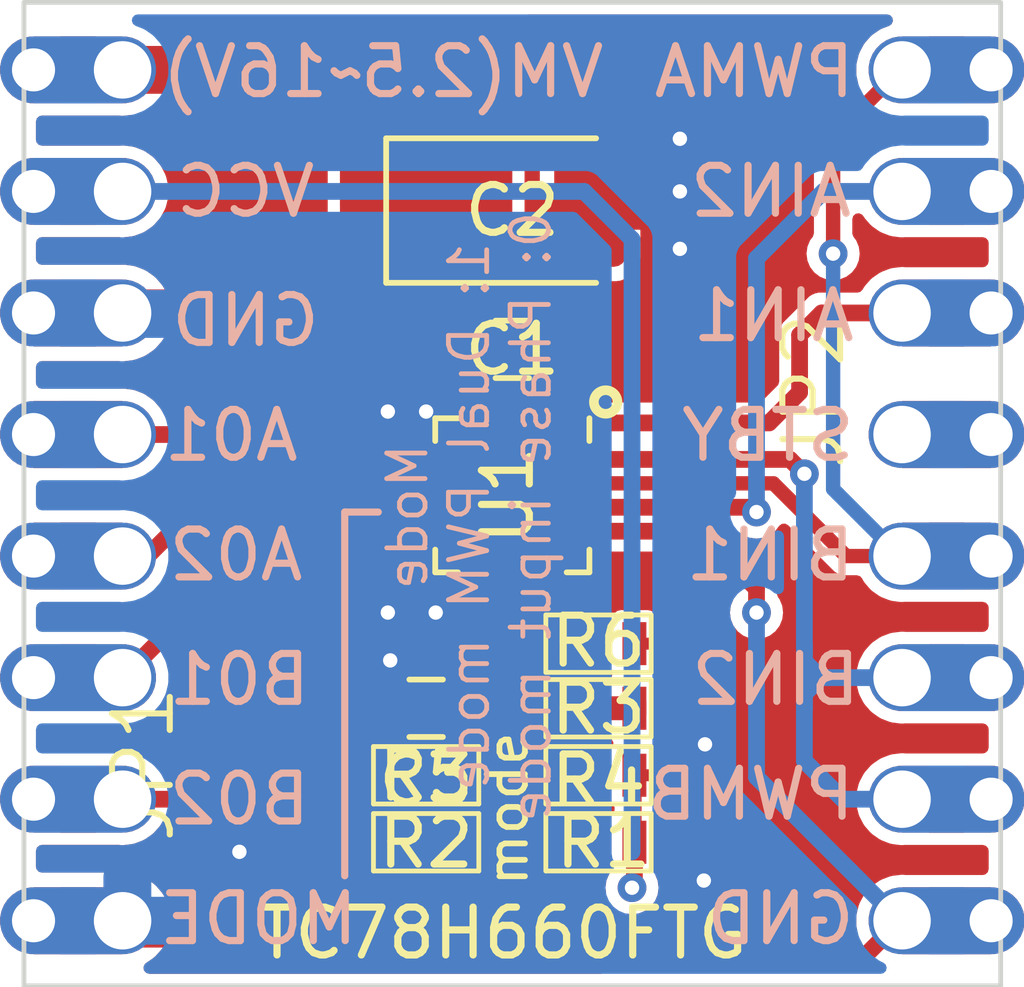
<source format=kicad_pcb>
(kicad_pcb (version 20211014) (generator pcbnew)
  (title_block (rev "V1.0") (company "Emakefun") (comment 1 "Author:ken") (comment 2 "email:ken@emakefun.com"))
  (layers (0 "F.Cu" signal) (31 "B.Cu" signal) (34 "B.Paste" user) (35 "F.Paste" user) (36 "B.SilkS" user "B.Silkscreen") (37 "F.SilkS" user "F.Silkscreen") (38 "B.Mask" user) (39 "F.Mask" user) (44 "Edge.Cuts" user))
  (net 0 "")
  (net 1 "VIN")
  (net 2 "GND")
  (net 3 "+5V")
  (net 4 "/STBY")
  (net 5 "/AO1")
  (net 6 "/AO2")
  (net 7 "/BO2")
  (net 8 "Net-(C3-Pad1)")
  (net 9 "/MODE")
  (net 10 "/BO1")
  (net 11 "Net-(R6-Pad1)")
  (net 12 "Net-(R3-Pad1)")
  (net 13 "/AIN1{slash}DIR1")
  (net 14 "/AIN2{slash}DIR2")
  (net 15 "/BIN1{slash}PWMA")
  (net 16 "/BIN2{slash}PWMB")
  (footprint "Capacitor_Tantalum_SMD:CP_EIA-3528-12_Kemet-T_Pad1.50x2.35mm_HandSolder" (layer "F.Cu") (at 110.2 64.3)
    (fp_text reference "C2" (at 0 0) (layer "F.SilkS"))
    (fp_text value "47uF/25V")
    (fp_line (start 1.75 -1.51) (end -2.635 -1.51) (layer "F.SilkS") (width 0.12))
    (fp_line (start -2.635 1.51) (end 1.75 1.51) (layer "F.SilkS") (width 0.12))
    (fp_line (start -2.635 -1.51) (end -2.635 1.51) (layer "F.SilkS") (width 0.12))
    (pad "1" smd roundrect (at -1.625 0) (size 1.5 2.35) (layers "F.Cu" "F.Paste" "F.Mask") (roundrect_rratio 0.1666673333) (net 1 "VIN"))
    (pad "2" smd roundrect (at 1.625 0) (size 1.5 2.35) (layers "F.Cu" "F.Paste" "F.Mask") (roundrect_rratio 0.1666673333) (net 2 "GND"))
  )
  (footprint "DIP:DIP_8PIN_2.54mm_Stamp" (layer "F.Cu") (at 100.2 70.25 -90)
    (fp_text reference "JP1" (at 3.9 -3 -90) (layer "F.SilkS") (effects (font (size 1.2065 1.2065) (thickness 0.127)) (justify right bottom)))
    (fp_text value "JACK8")
    (pad "1" thru_hole custom (at -8.89 0 90) (size 1.4 1.4) (drill 0.9) (layers *.Cu *.Mask) (net 1 "VIN") (options (clearance outline) (anchor circle)) (primitives (gr_poly (pts (xy -0.7 0) (xy 0.7 0) (xy 0.7 1.3) (xy -0.7 1.3)) (width 0) (fill yes))))
    (pad "1" thru_hole custom (at -8.89 -1.86 270) (size 1.4 1.4) (drill 1.2) (layers *.Cu *.Mask) (net 1 "VIN") (options (clearance outline) (anchor circle)) (primitives (gr_poly (pts (xy -0.7 0) (xy 0.7 0) (xy 0.7 1.3) (xy -0.7 1.3)) (width 0) (fill yes))))
    (pad "2" thru_hole custom (at -6.35 -1.86 270) (size 1.4 1.4) (drill 1.2) (layers *.Cu *.Mask) (net 3 "+5V") (options (clearance outline) (anchor circle)) (primitives (gr_poly (pts (xy -0.7 0) (xy 0.7 0) (xy 0.7 1.3) (xy -0.7 1.3)) (width 0) (fill yes))))
    (pad "2" thru_hole custom (at -6.35 0 90) (size 1.4 1.4) (drill 0.9) (layers *.Cu *.Mask) (net 3 "+5V") (options (clearance outline) (anchor circle)) (primitives (gr_poly (pts (xy -0.7 0) (xy 0.7 0) (xy 0.7 1.3) (xy -0.7 1.3)) (width 0) (fill yes))))
    (pad "3" thru_hole custom (at -3.81 0 90) (size 1.4 1.4) (drill 0.9) (layers *.Cu *.Mask) (net 2 "GND") (options (clearance outline) (anchor circle)) (primitives (gr_poly (pts (xy -0.7 0) (xy 0.7 0) (xy 0.7 1.3) (xy -0.7 1.3)) (width 0) (fill yes))))
    (pad "3" thru_hole custom (at -3.81 -1.86 270) (size 1.4 1.4) (drill 1.2) (layers *.Cu *.Mask) (net 2 "GND") (options (clearance outline) (anchor circle)) (primitives (gr_poly (pts (xy -0.7 0) (xy 0.7 0) (xy 0.7 1.3) (xy -0.7 1.3)) (width 0) (fill yes))))
    (pad "4" thru_hole custom (at -1.27 -1.86 270) (size 1.4 1.4) (drill 1.2) (layers *.Cu *.Mask) (net 5 "/AO1") (options (clearance outline) (anchor circle)) (primitives (gr_poly (pts (xy -0.7 0) (xy 0.7 0) (xy 0.7 1.3) (xy -0.7 1.3)) (width 0) (fill yes))))
    (pad "4" thru_hole custom (at -1.27 0 90) (size 1.4 1.4) (drill 0.9) (layers *.Cu *.Mask) (net 5 "/AO1") (options (clearance outline) (anchor circle)) (primitives (gr_poly (pts (xy -0.7 0) (xy 0.7 0) (xy 0.7 1.3) (xy -0.7 1.3)) (width 0) (fill yes))))
    (pad "5" thru_hole custom (at 1.27 0 90) (size 1.4 1.4) (drill 0.9) (layers *.Cu *.Mask) (net 6 "/AO2") (options (clearance outline) (anchor circle)) (primitives (gr_poly (pts (xy -0.7 0) (xy 0.7 0) (xy 0.7 1.3) (xy -0.7 1.3)) (width 0) (fill yes))))
    (pad "5" thru_hole custom (at 1.27 -1.86 270) (size 1.4 1.4) (drill 1.2) (layers *.Cu *.Mask) (net 6 "/AO2") (options (clearance outline) (anchor circle)) (primitives (gr_poly (pts (xy -0.7 0) (xy 0.7 0) (xy 0.7 1.3) (xy -0.7 1.3)) (width 0) (fill yes))))
    (pad "6" thru_hole custom (at 3.81 0 90) (size 1.4 1.4) (drill 0.9) (layers *.Cu *.Mask) (net 10 "/BO1") (options (clearance outline) (anchor circle)) (primitives (gr_poly (pts (xy -0.7 0) (xy 0.7 0) (xy 0.7 1.3) (xy -0.7 1.3)) (width 0) (fill yes))))
    (pad "6" thru_hole custom (at 3.81 -1.86 270) (size 1.4 1.4) (drill 1.2) (layers *.Cu *.Mask) (net 10 "/BO1") (options (clearance outline) (anchor circle)) (primitives (gr_poly (pts (xy -0.7 0) (xy 0.7 0) (xy 0.7 1.3) (xy -0.7 1.3)) (width 0) (fill yes))))
    (pad "7" thru_hole custom (at 6.35 0 90) (size 1.4 1.4) (drill 0.9) (layers *.Cu *.Mask) (net 7 "/BO2") (options (clearance outline) (anchor circle)) (primitives (gr_poly (pts (xy -0.7 0) (xy 0.7 0) (xy 0.7 1.3) (xy -0.7 1.3)) (width 0) (fill yes))))
    (pad "7" thru_hole custom (at 6.35 -1.86 270) (size 1.4 1.4) (drill 1.2) (layers *.Cu *.Mask) (net 7 "/BO2") (options (clearance outline) (anchor circle)) (primitives (gr_poly (pts (xy -0.7 0) (xy 0.7 0) (xy 0.7 1.3) (xy -0.7 1.3)) (width 0) (fill yes))))
    (pad "8" thru_hole custom (at 8.89 0 90) (size 1.4 1.4) (drill 0.9) (layers *.Cu *.Mask) (net 2 "GND") (options (clearance outline) (anchor circle)) (primitives (gr_poly (pts (xy -0.7 0) (xy 0.7 0) (xy 0.7 1.3) (xy -0.7 1.3)) (width 0) (fill yes))))
    (pad "8" thru_hole custom (at 8.89 -1.86 270) (size 1.4 1.4) (drill 1.2) (layers *.Cu *.Mask) (net 2 "GND") (options (clearance outline) (anchor circle)) (primitives (gr_poly (pts (xy -0.7 0) (xy 0.7 0) (xy 0.7 1.3) (xy -0.7 1.3)) (width 0) (fill yes))))
  )
  (footprint "SMD:R_0603" (layer "F.Cu") (at 112 74.7)
    (fp_text reference "R3" (at 0 0) (layer "F.SilkS"))
    (fp_text value "47K")
    (fp_line (start -1.1 -0.6) (end -1.1 0.6) (layer "F.SilkS") (width 0.1))
    (fp_line (start 1.1 -0.6) (end 1.1 0.6) (layer "F.SilkS") (width 0.1))
    (fp_line (start 1.1 0.6) (end -1.1 0.6) (layer "F.SilkS") (width 0.1))
    (fp_line (start -1.1 -0.6) (end 1.1 -0.6) (layer "F.SilkS") (width 0.1))
    (pad "1" smd rect locked (at -0.75 0) (size 0.5 0.9) (layers "F.Cu" "F.Paste" "F.Mask") (net 12 "Net-(R3-Pad1)"))
    (pad "2" smd rect locked (at 0.75 0) (size 0.5 0.9) (layers "F.Cu" "F.Paste" "F.Mask") (net 2 "GND"))
  )
  (footprint "DIP:DIP_8PIN_2.54mm_Stamp" (layer "F.Cu") (at 120.2 70.25 90)
    (fp_text reference "JP2" (at 3.9 -3 90) (layer "F.SilkS") (effects (font (size 1.2065 1.2065) (thickness 0.127)) (justify right bottom)))
    (fp_text value "JACK8")
    (pad "1" thru_hole custom (at -8.89 0 270) (size 1.4 1.4) (drill 0.9) (layers *.Cu *.Mask) (net 9 "/MODE") (options (clearance outline) (anchor circle)) (primitives (gr_poly (pts (xy -0.7 0) (xy 0.7 0) (xy 0.7 1.3) (xy -0.7 1.3)) (width 0) (fill yes))))
    (pad "1" thru_hole custom (at -8.89 -1.86 90) (size 1.4 1.4) (drill 1.2) (layers *.Cu *.Mask) (net 9 "/MODE") (options (clearance outline) (anchor circle)) (primitives (gr_poly (pts (xy -0.7 0) (xy 0.7 0) (xy 0.7 1.3) (xy -0.7 1.3)) (width 0) (fill yes))))
    (pad "2" thru_hole custom (at -6.35 -1.86 90) (size 1.4 1.4) (drill 1.2) (layers *.Cu *.Mask) (net 16 "/BIN2{slash}PWMB") (options (clearance outline) (anchor circle)) (primitives (gr_poly (pts (xy -0.7 0) (xy 0.7 0) (xy 0.7 1.3) (xy -0.7 1.3)) (width 0) (fill yes))))
    (pad "2" thru_hole custom (at -6.35 0 270) (size 1.4 1.4) (drill 0.9) (layers *.Cu *.Mask) (net 16 "/BIN2{slash}PWMB") (options (clearance outline) (anchor circle)) (primitives (gr_poly (pts (xy -0.7 0) (xy 0.7 0) (xy 0.7 1.3) (xy -0.7 1.3)) (width 0) (fill yes))))
    (pad "3" thru_hole custom (at -3.81 -1.86 90) (size 1.4 1.4) (drill 1.2) (layers *.Cu *.Mask) (net 16 "/BIN2{slash}PWMB") (options (clearance outline) (anchor circle)) (primitives (gr_poly (pts (xy -0.7 0) (xy 0.7 0) (xy 0.7 1.3) (xy -0.7 1.3)) (width 0) (fill yes))))
    (pad "3" thru_hole custom (at -3.81 0 270) (size 1.4 1.4) (drill 0.9) (layers *.Cu *.Mask) (net 16 "/BIN2{slash}PWMB") (options (clearance outline) (anchor circle)) (primitives (gr_poly (pts (xy -0.7 0) (xy 0.7 0) (xy 0.7 1.3) (xy -0.7 1.3)) (width 0) (fill yes))))
    (pad "4" thru_hole custom (at -1.27 -1.86 90) (size 1.4 1.4) (drill 1.2) (layers *.Cu *.Mask) (net 15 "/BIN1{slash}PWMA") (options (clearance outline) (anchor circle)) (primitives (gr_poly (pts (xy -0.7 0) (xy 0.7 0) (xy 0.7 1.3) (xy -0.7 1.3)) (width 0) (fill yes))))
    (pad "4" thru_hole custom (at -1.27 0 270) (size 1.4 1.4) (drill 0.9) (layers *.Cu *.Mask) (net 15 "/BIN1{slash}PWMA") (options (clearance outline) (anchor circle)) (primitives (gr_poly (pts (xy -0.7 0) (xy 0.7 0) (xy 0.7 1.3) (xy -0.7 1.3)) (width 0) (fill yes))))
    (pad "5" thru_hole custom (at 1.27 -1.86 90) (size 1.4 1.4) (drill 1.2) (layers *.Cu *.Mask) (net 4 "/STBY") (options (clearance outline) (anchor circle)) (primitives (gr_poly (pts (xy -0.7 0) (xy 0.7 0) (xy 0.7 1.3) (xy -0.7 1.3)) (width 0) (fill yes))))
    (pad "5" thru_hole custom (at 1.27 0 270) (size 1.4 1.4) (drill 0.9) (layers *.Cu *.Mask) (net 4 "/STBY") (options (clearance outline) (anchor circle)) (primitives (gr_poly (pts (xy -0.7 0) (xy 0.7 0) (xy 0.7 1.3) (xy -0.7 1.3)) (width 0) (fill yes))))
    (pad "6" thru_hole custom (at 3.81 0 270) (size 1.4 1.4) (drill 0.9) (layers *.Cu *.Mask) (net 13 "/AIN1{slash}DIR1") (options (clearance outline) (anchor circle)) (primitives (gr_poly (pts (xy -0.7 0) (xy 0.7 0) (xy 0.7 1.3) (xy -0.7 1.3)) (width 0) (fill yes))))
    (pad "6" thru_hole custom (at 3.81 -1.86 90) (size 1.4 1.4) (drill 1.2) (layers *.Cu *.Mask) (net 13 "/AIN1{slash}DIR1") (options (clearance outline) (anchor circle)) (primitives (gr_poly (pts (xy -0.7 0) (xy 0.7 0) (xy 0.7 1.3) (xy -0.7 1.3)) (width 0) (fill yes))))
    (pad "7" thru_hole custom (at 6.35 0 270) (size 1.4 1.4) (drill 0.9) (layers *.Cu *.Mask) (net 14 "/AIN2{slash}DIR2") (options (clearance outline) (anchor circle)) (primitives (gr_poly (pts (xy -0.7 0) (xy 0.7 0) (xy 0.7 1.3) (xy -0.7 1.3)) (width 0) (fill yes))))
    (pad "7" thru_hole custom (at 6.35 -1.86 90) (size 1.4 1.4) (drill 1.2) (layers *.Cu *.Mask) (net 14 "/AIN2{slash}DIR2") (options (clearance outline) (anchor circle)) (primitives (gr_poly (pts (xy -0.7 0) (xy 0.7 0) (xy 0.7 1.3) (xy -0.7 1.3)) (width 0) (fill yes))))
    (pad "8" thru_hole custom (at 8.89 -1.86 90) (size 1.4 1.4) (drill 1.2) (layers *.Cu *.Mask) (net 15 "/BIN1{slash}PWMA") (options (clearance outline) (anchor circle)) (primitives (gr_poly (pts (xy -0.7 0) (xy 0.7 0) (xy 0.7 1.3) (xy -0.7 1.3)) (width 0) (fill yes))))
    (pad "8" thru_hole custom (at 8.89 0 270) (size 1.4 1.4) (drill 0.9) (layers *.Cu *.Mask) (net 15 "/BIN1{slash}PWMA") (options (clearance outline) (anchor circle)) (primitives (gr_poly (pts (xy -0.7 0) (xy 0.7 0) (xy 0.7 1.3) (xy -0.7 1.3)) (width 0) (fill yes))))
  )
  (footprint "SMD:C_0603" (layer "F.Cu") (at 108.4 74.7 180)
    (fp_text reference "C3" (at 0 -1.5) (layer "F.SilkS"))
    (fp_text value "0.1uF")
    (fp_line (start -0.35 -0.6) (end 0.35 -0.6) (layer "F.SilkS") (width 0.12))
    (fp_line (start 0.35 0.6) (end -0.35 0.6) (layer "F.SilkS") (width 0.12))
    (pad "1" smd rect (at -0.75 0 180) (size 0.8 0.75) (layers "F.Cu" "F.Paste" "F.Mask") (net 8 "Net-(C3-Pad1)"))
    (pad "2" smd rect (at 0.75 0 180) (size 0.8 0.75) (layers "F.Cu" "F.Paste" "F.Mask") (net 2 "GND"))
  )
  (footprint "SMD:R_0603" (layer "F.Cu") (at 112 73.35)
    (fp_text reference "R6" (at 0 -0.05) (layer "F.SilkS"))
    (fp_text value "10K")
    (fp_line (start -1.1 -0.6) (end -1.1 0.6) (layer "F.SilkS") (width 0.1))
    (fp_line (start 1.1 0.6) (end -1.1 0.6) (layer "F.SilkS") (width 0.1))
    (fp_line (start 1.1 -0.6) (end 1.1 0.6) (layer "F.SilkS") (width 0.1))
    (fp_line (start -1.1 -0.6) (end 1.1 -0.6) (layer "F.SilkS") (width 0.1))
    (pad "1" smd rect (at -0.75 0) (size 0.5 0.9) (layers "F.Cu" "F.Paste" "F.Mask") (net 11 "Net-(R6-Pad1)"))
    (pad "2" smd rect (at 0.75 0) (size 0.5 0.9) (layers "F.Cu" "F.Paste" "F.Mask") (net 3 "+5V"))
  )
  (footprint "SMD:R_0603" (layer "F.Cu") (at 108.4 77.5)
    (fp_text reference "R2" (at 0 0) (layer "F.SilkS"))
    (fp_text value "0R NC")
    (fp_line (start 1.1 0.6) (end -1.1 0.6) (layer "F.SilkS") (width 0.1))
    (fp_line (start -1.1 -0.6) (end 1.1 -0.6) (layer "F.SilkS") (width 0.1))
    (fp_line (start 1.1 -0.6) (end 1.1 0.6) (layer "F.SilkS") (width 0.1))
    (fp_line (start -1.1 -0.6) (end -1.1 0.6) (layer "F.SilkS") (width 0.1))
    (pad "1" smd rect locked (at -0.75 0) (size 0.5 0.9) (layers "F.Cu" "F.Paste" "F.Mask") (net 2 "GND"))
    (pad "2" smd rect locked (at 0.75 0) (size 0.5 0.9) (layers "F.Cu" "F.Paste" "F.Mask") (net 9 "/MODE"))
  )
  (footprint "QFP:QFN-16-1EP_3x3mm_P0.5mm_EP1.9x1.9mm" (layer "F.Cu") (at 110.2 70.25 -90)
    (fp_text reference "U1" (at 0 0.1 90) (layer "F.SilkS"))
    (fp_text value "TC78H660FTG")
    (fp_line (start -1.135 -1.61) (end -1.61 -1.61) (layer "F.SilkS") (width 0.12))
    (fp_line (start 1.61 -1.61) (end 1.61 -1.135) (layer "F.SilkS") (width 0.12))
    (fp_line (start 1.61 1.61) (end 1.61 1.135) (layer "F.SilkS") (width 0.12))
    (fp_line (start -1.135 1.61) (end -1.61 1.61) (layer "F.SilkS") (width 0.12))
    (fp_line (start -1.61 1.61) (end -1.61 1.135) (layer "F.SilkS") (width 0.12))
    (fp_line (start 1.135 -1.61) (end 1.61 -1.61) (layer "F.SilkS") (width 0.12))
    (fp_line (start 1.135 1.61) (end 1.61 1.61) (layer "F.SilkS") (width 0.12))
    (fp_circle (center -1.95 -1.95) (end -1.703779 -1.95) (layer "F.SilkS") (width 0.2) (fill none))
    (pad "1" smd roundrect locked (at -1.5125 -0.75 270) (size 0.675 0.25) (layers "F.Cu" "F.Paste" "F.Mask") (net 13 "/AIN1{slash}DIR1"))
    (pad "2" smd roundrect locked (at -1.5125 -0.25 270) (size 0.675 0.25) (layers "F.Cu" "F.Paste" "F.Mask") (net 2 "GND"))
    (pad "3" smd roundrect locked (at -1.5125 0.25 270) (size 0.675 0.25) (layers "F.Cu" "F.Paste" "F.Mask") (net 1 "VIN"))
    (pad "4" smd roundrect locked (at -1.5125 0.75 270) (size 0.675 0.25) (layers "F.Cu" "F.Paste" "F.Mask") (net 2 "GND"))
    (pad "5" smd roundrect locked (at -0.75 1.5125 270) (size 0.25 0.675) (layers "F.Cu" "F.Paste" "F.Mask") (net 5 "/AO1"))
    (pad "6" smd roundrect locked (at -0.25 1.5125 270) (size 0.25 0.675) (layers "F.Cu" "F.Paste" "F.Mask") (net 6 "/AO2"))
    (pad "7" smd roundrect locked (at 0.25 1.5125 270) (size 0.25 0.675) (layers "F.Cu" "F.Paste" "F.Mask") (net 10 "/BO1"))
    (pad "8" smd roundrect locked (at 0.75 1.5125 270) (size 0.25 0.675) (layers "F.Cu" "F.Paste" "F.Mask") (net 7 "/BO2"))
    (pad "9" smd roundrect locked (at 1.5125 0.75 270) (size 0.675 0.25) (layers "F.Cu" "F.Paste" "F.Mask") (net 2 "GND"))
    (pad "10" smd roundrect locked (at 1.5125 0.25 270) (size 0.675 0.25) (layers "F.Cu" "F.Paste" "F.Mask") (net 8 "Net-(C3-Pad1)"))
    (pad "11" smd roundrect locked (at 1.5125 -0.25 270) (size 0.675 0.25) (layers "F.Cu" "F.Paste" "F.Mask") (net 12 "Net-(R3-Pad1)"))
    (pad "12" smd roundrect locked (at 1.5125 -0.75 270) (size 0.675 0.25) (layers "F.Cu" "F.Paste" "F.Mask") (net 11 "Net-(R6-Pad1)"))
    (pad "13" smd roundrect locked (at 0.75 -1.5125 270) (size 0.25 0.675) (layers "F.Cu" "F.Paste" "F.Mask") (net 9 "/MODE"))
    (pad "14" smd roundrect locked (at 0.25 -1.5125 270) (size 0.25 0.675) (layers "F.Cu" "F.Paste" "F.Mask") (net 14 "/AIN2{slash}DIR2"))
    (pad "15" smd roundrect locked (at -0.25 -1.5125 270) (size 0.25 0.675) (layers "F.Cu" "F.Paste" "F.Mask") (net 15 "/BIN1{slash}PWMA"))
    (pad "16" smd roundrect locked (at -0.75 -1.5125 270) (size 0.25 0.675) (layers "F.Cu" "F.Paste" "F.Mask") (net 16 "/BIN2{slash}PWMB"))
    (pad "17" smd roundrect locked (at 0 0 270) (size 1.6 1.6) (layers "F.Cu" "F.Mask") (roundrect_rratio 0.132))
  )
  (footprint "SMD:C_0603" (layer "F.Cu") (at 110.2 67.2)
    (fp_text reference "C1" (at 0 0) (layer "F.SilkS"))
    (fp_text value "0.1uF")
    (fp_line (start 0.35 0.6) (end -0.35 0.6) (layer "F.SilkS") (width 0.12))
    (fp_line (start -0.35 -0.6) (end 0.35 -0.6) (layer "F.SilkS") (width 0.12))
    (pad "1" smd rect locked (at -0.75 0) (size 0.8 0.75) (layers "F.Cu" "F.Paste" "F.Mask") (net 1 "VIN"))
    (pad "2" smd rect locked (at 0.75 0) (size 0.8 0.75) (layers "F.Cu" "F.Paste" "F.Mask") (net 2 "GND"))
  )
  (footprint "SMD:R_0603" (layer "F.Cu") (at 108.4 76.1 180)
    (fp_text reference "R5" (at 0 0) (layer "F.SilkS"))
    (fp_text value "5.6K")
    (fp_line (start 1.1 -0.6) (end 1.1 0.6) (layer "F.SilkS") (width 0.1))
    (fp_line (start -1.1 -0.6) (end -1.1 0.6) (layer "F.SilkS") (width 0.1))
    (fp_line (start -1.1 -0.6) (end 1.1 -0.6) (layer "F.SilkS") (width 0.1))
    (fp_line (start 1.1 0.6) (end -1.1 0.6) (layer "F.SilkS") (width 0.1))
    (pad "1" smd rect locked (at -0.75 0 180) (size 0.5 0.9) (layers "F.Cu" "F.Paste" "F.Mask") (net 8 "Net-(C3-Pad1)"))
    (pad "2" smd rect locked (at 0.75 0 180) (size 0.5 0.9) (layers "F.Cu" "F.Paste" "F.Mask") (net 2 "GND"))
  )
  (footprint "SMD:R_0603" (layer "F.Cu") (at 112 77.5)
    (fp_text reference "R1" (at 0.1 0) (layer "F.SilkS"))
    (fp_text value "10K")
    (fp_line (start -1.1 -0.6) (end 1.1 -0.6) (layer "F.SilkS") (width 0.1))
    (fp_line (start -1.1 -0.6) (end -1.1 0.6) (layer "F.SilkS") (width 0.1))
    (fp_line (start 1.1 -0.6) (end 1.1 0.6) (layer "F.SilkS") (width 0.1))
    (fp_line (start 1.1 0.6) (end -1.1 0.6) (layer "F.SilkS") (width 0.1))
    (pad "1" smd rect locked (at -0.75 0) (size 0.5 0.9) (layers "F.Cu" "F.Paste" "F.Mask") (net 9 "/MODE"))
    (pad "2" smd rect locked (at 0.75 0) (size 0.5 0.9) (layers "F.Cu" "F.Paste" "F.Mask") (net 3 "+5V"))
  )
  (footprint "SMD:R_0603" (layer "F.Cu") (at 112 76.1 180)
    (fp_text reference "R4" (at 0 -0.1) (layer "F.SilkS"))
    (fp_text value "10K")
    (fp_line (start 1.1 0.6) (end -1.1 0.6) (layer "F.SilkS") (width 0.1))
    (fp_line (start -1.1 -0.6) (end 1.1 -0.6) (layer "F.SilkS") (width 0.1))
    (fp_line (start -1.1 -0.6) (end -1.1 0.6) (layer "F.SilkS") (width 0.1))
    (fp_line (start 1.1 -0.6) (end 1.1 0.6) (layer "F.SilkS") (width 0.1))
    (pad "1" smd rect locked (at -0.75 0 180) (size 0.5 0.9) (layers "F.Cu" "F.Paste" "F.Mask") (net 3 "+5V"))
    (pad "2" smd rect locked (at 0.75 0 180) (size 0.5 0.9) (layers "F.Cu" "F.Paste" "F.Mask") (net 8 "Net-(C3-Pad1)"))
  )
  (gr_line (start 106.7 70.6) (end 106.7 78.2) (layer "B.SilkS") (width 0.15))
  (gr_line (start 107.4 70.6) (end 106.7 70.6) (layer "B.SilkS") (width 0.15))
  (gr_rect (start 100 59.95) (end 120.4 80.5) (layer "Edge.Cuts") (width 0.1) (fill none))
  (gr_text "PWMA" (at 115.252381 61.4) (layer "B.SilkS") (effects (font (size 1 1)) (justify mirror)))
  (gr_text "VM(2.5~16V)" (at 107.5 61.4) (layer "B.SilkS") (effects (font (size 1 1)) (justify mirror)))
  (gr_text "GND" (at 115.8 79.1) (layer "B.SilkS") (effects (font (size 1 1)) (justify mirror)))
  (gr_text "B02" (at 104.5 76.6) (layer "B.SilkS") (effects (font (size 1 1)) (justify mirror)))
  (gr_text "GND\n" (at 104.628571 66.6) (layer "B.SilkS") (effects (font (size 1 1)) (justify mirror)))
  (gr_text "A01\n" (at 104.328571 69) (layer "B.SilkS") (effects (font (size 1 1)) (justify mirror)))
  (gr_text "Mode\n1: Dual PWM mode\n0: Phase input mode\n" (at 109.3 70.7 90) (layer "B.SilkS") (effects (font (size 0.8 0.8) (thickness 0.1)) (justify mirror)))
  (gr_text "VCC" (at 104.628571 63.9) (layer "B.SilkS") (effects (font (size 1 1)) (justify mirror)))
  (gr_text "AIN1" (at 115.657143 66.5) (layer "B.SilkS") (effects (font (size 1 1)) (justify mirror)))
  (gr_text "B01" (at 104.5 74.1) (layer "B.SilkS") (effects (font (size 1 1)) (justify mirror)))
  (gr_text "BIN2" (at 115.7 74.1) (layer "B.SilkS") (effects (font (size 1 1)) (justify mirror)))
  (gr_text "MODE" (at 104.9 79.1) (layer "B.SilkS") (effects (font (size 1 1)) (justify mirror)))
  (gr_text "PWMB" (at 115.180953 76.5) (layer "B.SilkS") (effects (font (size 1 1)) (justify mirror)))
  (gr_text "A02" (at 104.428571 71.5) (layer "B.SilkS") (effects (font (size 1 1)) (justify mirror)))
  (gr_text "BIN1" (at 115.585715 71.5) (layer "B.SilkS") (effects (font (size 1 1)) (justify mirror)))
  (gr_text "AIN2" (at 115.6 63.9) (layer "B.SilkS") (effects (font (size 1 1)) (justify mirror)))
  (gr_text "STBY" (at 115.538095 69) (layer "B.SilkS") (effects (font (size 1 1)) (justify mirror)))
  (gr_text "TC78H660FTG" (at 110 79.4) (layer "F.SilkS") (effects (font (size 1 1))))
  (gr_text "mode" (at 110.1 76.8 90) (layer "F.SilkS") (effects (font (size 0.8 0.8) (thickness 0.12))))
  (segment (start 108.575 62.175) (end 108.575 64.3) (width 1) (layer "F.Cu") (net 1))
  (segment (start 109.95 68.7375) (end 109.95 67.7) (width 0.2) (layer "F.Cu") (net 1))
  (segment (start 109.45 65.85) (end 109.45 67.2) (width 0.5) (layer "F.Cu") (net 1))
  (segment (start 102.06 61.36) (end 107.76 61.36) (width 1) (layer "F.Cu") (net 1))
  (segment (start 109.95 67.7) (end 109.45 67.2) (width 0.2) (layer "F.Cu") (net 1))
  (segment (start 107.76 61.36) (end 108.575 62.175) (width 1) (layer "F.Cu") (net 1))
  (segment (start 108.575 64.3) (end 108.575 64.975) (width 0.5) (layer "F.Cu") (net 1))
  (segment (start 108.575 64.975) (end 109.45 65.85) (width 0.5) (layer "F.Cu") (net 1))
  (segment (start 110.45 68.7375) (end 110.45 70) (width 0.3) (layer "F.Cu") (net 2))
  (segment (start 109.45 68.7375) (end 109.45 69.5) (width 0.15) (layer "F.Cu") (net 2))
  (segment (start 102.22 79.2) (end 104.5 79.2) (width 1) (layer "F.Cu") (net 2))
  (segment (start 109.45 69.5) (end 110.2 70.25) (width 0.15) (layer "F.Cu") (net 2))
  (segment (start 110.45 70) (end 110.2 70.25) (width 0.2) (layer "F.Cu") (net 2))
  (segment (start 102.16 79.14) (end 102.22 79.2) (width 1) (layer "F.Cu") (net 2))
  (segment (start 102.310235 66.448147) (end 103.610235 66.448147) (width 1) (layer "F.Cu") (net 2))
  (segment (start 102.16 66.44) (end 102.16 66.46) (width 1) (layer "F.Cu") (net 2))
  (segment (start 110.45 68.7375) (end 110.5 68.6875) (width 0.2) (layer "F.Cu") (net 2))
  (via (at 113.7 63.9) (size 0.6) (drill 0.3) (layers "F.Cu" "B.Cu") (net 2))
  (via (at 107.6 68.5) (size 0.6) (drill 0.3) (layers "F.Cu" "B.Cu") (net 2))
  (via (at 113.7 65.1) (size 0.6) (drill 0.3) (layers "F.Cu" "B.Cu") (net 2))
  (via (at 113.7 62.8) (size 0.6) (drill 0.3) (layers "F.Cu" "B.Cu") (net 2))
  (via (at 107.65 73.7) (size 0.6) (drill 0.3) (layers "F.Cu" "B.Cu") (net 2))
  (via (at 108.4 68.5) (size 0.6) (drill 0.3) (layers "F.Cu" "B.Cu") (net 2))
  (via (at 108.6 72.7) (size 0.6) (drill 0.3) (layers "F.Cu" "B.Cu") (net 2))
  (via (at 107.6 72.7) (size 0.6) (drill 0.3) (layers "F.Cu" "B.Cu") (net 2))
  (via (at 114.2 78.3) (size 0.6) (drill 0.3) (layers "F.Cu" "B.Cu") (net 2))
  (via (at 104.5 77.7) (size 0.6) (drill 0.3) (layers "F.Cu" "B.Cu") (net 2))
  (via (at 114.2245 75.453792) (size 0.6) (drill 0.3) (layers "F.Cu" "B.Cu") (net 2))
  (segment (start 102.16 79.14) (end 103.46 79.14) (width 1) (layer "B.Cu") (net 2))
  (segment (start 102.16 79.14) (end 102.16 78.24) (width 1) (layer "B.Cu") (net 2))
  (segment (start 102.133078 66.459963) (end 103.433078 66.459963) (width 1) (layer "B.Cu") (net 2))
  (segment (start 112.75 73.35) (end 113.25 73.35) (width 0.25) (layer "F.Cu") (net 3))
  (segment (start 112.75 78.4) (end 112.7 78.45) (width 0.35) (layer "F.Cu") (net 3))
  (segment (start 113.65 75.7) (end 113.25 76.1) (width 0.25) (layer "F.Cu") (net 3))
  (segment (start 112.75 76.1) (end 112.75 77.5) (width 0.3) (layer "F.Cu") (net 3))
  (segment (start 113.25 76.1) (end 112.75 76.1) (width 0.25) (layer "F.Cu") (net 3))
  (segment (start 113.65 73.75) (end 113.65 75.7) (width 0.25) (layer "F.Cu") (net 3))
  (segment (start 112.75 77.5) (end 112.75 78.4) (width 0.35) (layer "F.Cu") (net 3))
  (segment (start 113.25 73.35) (end 113.65 73.75) (width 0.25) (layer "F.Cu") (net 3))
  (via (at 112.7 78.45) (size 0.6) (drill 0.3) (layers "F.Cu" "B.Cu") (net 3))
  (segment (start 112.7 64.9) (end 112.7 77.7) (width 0.35) (layer "B.Cu") (net 3))
  (segment (start 102.16 63.9) (end 111.7 63.9) (width 0.35) (layer "B.Cu") (net 3))
  (segment (start 111.7 63.9) (end 112.7 64.9) (width 0.35) (layer "B.Cu") (net 3))
  (segment (start 104 69.5) (end 103.48 68.98) (width 0.35) (layer "F.Cu") (net 5))
  (segment (start 103.48 68.98) (end 102.16 68.98) (width 0.35) (layer "F.Cu") (net 5))
  (segment (start 108.6875 69.5) (end 104 69.5) (width 0.35) (layer "F.Cu") (net 5))
  (segment (start 102.58 71.52) (end 102.16 71.52) (width 0.35) (layer "F.Cu") (net 6))
  (segment (start 104.1 70) (end 102.58 71.52) (width 0.35) (layer "F.Cu") (net 6))
  (segment (start 108.6875 70) (end 104.1 70) (width 0.35) (layer "F.Cu") (net 6))
  (segment (start 106.2 71) (end 104.4 72.8) (width 0.35) (layer "F.Cu") (net 7))
  (segment (start 103.2 76.6) (end 102.06 76.6) (width 0.35) (layer "F.Cu") (net 7))
  (segment (start 108.6875 71) (end 106.2 71) (width 0.35) (layer "F.Cu") (net 7))
  (segment (start 104.4 72.8) (end 104.4 75.4) (width 0.35) (layer "F.Cu") (net 7))
  (segment (start 104.4 75.4) (end 103.2 76.6) (width 0.35) (layer "F.Cu") (net 7))
  (segment (start 111.45 76.1) (end 108.95 76.1) (width 0.3) (layer "F.Cu") (net 8))
  (segment (start 109.95 73.9) (end 109.95 71.7625) (width 0.35) (layer "F.Cu") (net 8))
  (segment (start 109.15 74.7) (end 109.05 74.6) (width 0.35) (layer "F.Cu") (net 8))
  (segment (start 109.15 74.5) (end 109.15 76) (width 0.35) (layer "F.Cu") (net 8))
  (segment (start 109.15 74.7) (end 109.95 73.9) (width 0.35) (layer "F.Cu") (net 8))
  (segment (start 109.25 74.5) (end 109.15 74.5) (width 0.35) (layer "F.Cu") (net 8))
  (segment (start 112.6 79.9) (end 111.45 78.75) (width 0.35) (layer "F.Cu") (net 9))
  (segment (start 108.95 77.5) (end 111.45 77.5) (width 0.35) (layer "F.Cu") (net 9))
  (segment (start 111.25 77.45) (end 111.2 77.5) (width 0.35) (layer "F.Cu") (net 9))
  (segment (start 115.3 72.2) (end 115.3 72.7) (width 0.35) (layer "F.Cu") (net 9))
  (segment (start 114.1 71) (end 115.3 72.2) (width 0.35) (layer "F.Cu") (net 9))
  (segment (start 118.3 79.14) (end 117.54 79.9) (width 0.35) (layer "F.Cu") (net 9))
  (segment (start 117.54 79.9) (end 112.6 79.9) (width 0.35) (layer "F.Cu") (net 9))
  (segment (start 111.7125 71) (end 114.1 71) (width 0.35) (layer "F.Cu") (net 9))
  (segment (start 111.45 78.75) (end 111.45 76.3) (width 0.35) (layer "F.Cu") (net 9))
  (via (at 115.3 72.7) (size 0.6) (drill 0.3) (layers "F.Cu" "B.Cu") (net 9))
  (segment (start 115.3 76.14) (end 115.3 72.7) (width 0.35) (layer "B.Cu") (net 9))
  (segment (start 118.3 79.14) (end 115.3 76.14) (width 0.35) (layer "B.Cu") (net 9))
  (segment (start 108.6875 70.5) (end 105.62 70.5) (width 0.35) (layer "F.Cu") (net 10))
  (segment (start 105.62 70.5) (end 102.06 74.06) (width 0.35) (layer "F.Cu") (net 10))
  (segment (start 110.95 71.7625) (end 110.95 72.45) (width 0.3) (layer "F.Cu") (net 11))
  (segment (start 110.95 72.45) (end 111.25 72.75) (width 0.3) (layer "F.Cu") (net 11))
  (segment (start 111.25 72.75) (end 111.25 73.35) (width 0.3) (layer "F.Cu") (net 11))
  (segment (start 111.25 74.7) (end 111.2 74.7) (width 0.35) (layer "F.Cu") (net 12))
  (segment (start 111.2 74.7) (end 110.45 73.95) (width 0.35) (layer "F.Cu") (net 12))
  (segment (start 110.45 73.95) (end 110.45 71.7625) (width 0.35) (layer "F.Cu") (net 12))
  (segment (start 116.66 66.44) (end 118.3 66.44) (width 0.35) (layer "F.Cu") (net 13))
  (segment (start 116.2 68.1) (end 116.2 66.9) (width 0.35) (layer "F.Cu") (net 13))
  (segment (start 110.95 68.7375) (end 115.5625 68.7375) (width 0.35) (layer "F.Cu") (net 13))
  (segment (start 116.2 66.9) (end 116.66 66.44) (width 0.35) (layer "F.Cu") (net 13))
  (segment (start 115.5625 68.7375) (end 116.2 68.1) (width 0.35) (layer "F.Cu") (net 13))
  (segment (start 115.2 70.5) (end 115.3 70.6) (width 0.35) (layer "F.Cu") (net 14))
  (segment (start 111.7125 70.5) (end 115.2 70.5) (width 0.35) (layer "F.Cu") (net 14))
  (via (at 115.3 70.6) (size 0.6) (drill 0.3) (layers "F.Cu" "B.Cu") (net 14))
  (segment (start 115.3 65.3) (end 115.3 70.6) (width 0.35) (layer "B.Cu") (net 14))
  (segment (start 118.3 63.9) (end 116.7 63.9) (width 0.35) (layer "B.Cu") (net 14))
  (segment (start 116.7 63.9) (end 115.3 65.3) (width 0.35) (layer "B.Cu") (net 14))
  (segment (start 116.9 65.2) (end 116.9 62.76) (width 0.3) (layer "F.Cu") (net 15))
  (segment (start 115.652178 70) (end 117.172178 71.52) (width 0.3) (layer "F.Cu") (net 15))
  (segment (start 117.172178 71.52) (end 118.3 71.52) (width 0.3) (layer "F.Cu") (net 15))
  (segment (start 116.9 62.76) (end 118.3 61.36) (width 0.3) (layer "F.Cu") (net 15))
  (segment (start 111.7125 70) (end 115.652178 70) (width 0.3) (layer "F.Cu") (net 15))
  (via (at 116.9 65.2) (size 0.6) (drill 0.3) (layers "F.Cu" "B.Cu") (net 15))
  (segment (start 118.3 71.52) (end 117 70.22) (width 0.3) (layer "B.Cu") (net 15))
  (segment (start 117 70.22) (end 116.9 70.12) (width 0.3) (layer "B.Cu") (net 15))
  (segment (start 116.9 70.12) (end 116.9 65.2) (width 0.3) (layer "B.Cu") (net 15))
  (segment (start 116 69.5) (end 116.3 69.8) (width 0.35) (layer "F.Cu") (net 16))
  (segment (start 111.7125 69.5) (end 116 69.5) (width 0.35) (layer "F.Cu") (net 16))
  (via (at 116.3 69.8) (size 0.6) (drill 0.3) (layers "F.Cu" "B.Cu") (net 16))
  (segment (start 116.3 73.4) (end 116.3 73.72) (width 0.35) (layer "B.Cu") (net 16))
  (segment (start 118.3 76.6) (end 117.1 76.6) (width 0.35) (layer "B.Cu") (net 16))
  (segment (start 116.3 74.7) (end 116.3 73.4) (width 0.35) (layer "B.Cu") (net 16))
  (segment (start 118.3 74.06) (end 116.64 74.06) (width 0.35) (layer "B.Cu") (net 16))
  (segment (start 116.3 74.4) (end 116.3 74.7) (width 0.35) (layer "B.Cu") (net 16))
  (segment (start 116.3 75.8) (end 116.3 74.7) (width 0.35) (layer "B.Cu") (net 16))
  (segment (start 116.3 73.72) (end 116.64 74.06) (width 0.35) (layer "B.Cu") (net 16))
  (segment (start 117.1 76.6) (end 116.3 75.8) (width 0.35) (layer "B.Cu") (net 16))
  (segment (start 116.3 73.4) (end 116.3 69.8) (width 0.35) (layer "B.Cu") (net 16))
  (segment (start 116.64 74.06) (end 116.3 74.4) (width 0.35) (layer "B.Cu") (net 16))
  (zone (net 1) (net_name "VIN") (layer "F.Cu") (priority 1) (connect_pads thru_hole_only (clearance 0.25)) (min_thickness 0.25) (fill yes (thermal_gap 0.3) (thermal_bridge_width 0.7))
    (polygon (pts (xy 109.5 64.2) (xy 106.6 64.2) (xy 106.6 62.4) (xy 100.2 62.4) (xy 100.2 60.4) (xy 109.5 60.4)))
  )
  (zone (net 1) (net_name "VIN") (layer "F.Cu") (priority 1) (connect_pads yes (clearance 0.25)) (min_thickness 0.25) (fill yes (thermal_gap 0.3) (thermal_bridge_width 0.8))
    (polygon (pts (xy 106.6 60.4) (xy 110.2 60.4) (xy 110.2 66.5) (xy 110.2 66.5) (xy 110.2 69) (xy 109.7 69) (xy 109.7 67.8) (xy 106.6 67.8)))
  )
  (zone (net 2) (net_name "GND") (layers F&B.Cu) (connect_pads (clearance 0.25)) (min_thickness 0.25) (fill yes (thermal_gap 0.3) (thermal_bridge_width 0.8))
    (polygon (pts (xy 120.4 80.5) (xy 100 80.5) (xy 100 60) (xy 120.4 60)))
  )
)
</source>
